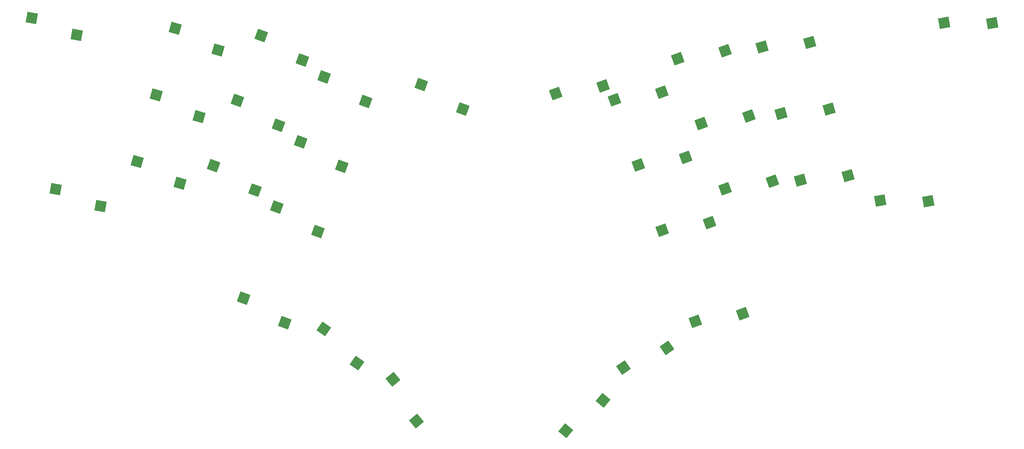
<source format=gbr>
%TF.GenerationSoftware,KiCad,Pcbnew,9.0.2*%
%TF.CreationDate,2025-06-13T21:11:18+02:00*%
%TF.ProjectId,quacken_pcb,71756163-6b65-46e5-9f70-63622e6b6963,v1.0.0*%
%TF.SameCoordinates,Original*%
%TF.FileFunction,Paste,Bot*%
%TF.FilePolarity,Positive*%
%FSLAX46Y46*%
G04 Gerber Fmt 4.6, Leading zero omitted, Abs format (unit mm)*
G04 Created by KiCad (PCBNEW 9.0.2) date 2025-06-13 21:11:18*
%MOMM*%
%LPD*%
G01*
G04 APERTURE LIST*
G04 Aperture macros list*
%AMRotRect*
0 Rectangle, with rotation*
0 The origin of the aperture is its center*
0 $1 length*
0 $2 width*
0 $3 Rotation angle, in degrees counterclockwise*
0 Add horizontal line*
21,1,$1,$2,0,0,$3*%
G04 Aperture macros list end*
%ADD10RotRect,2.600000X2.600000X200.000000*%
%ADD11RotRect,2.600000X2.600000X160.000000*%
%ADD12RotRect,2.600000X2.600000X145.000000*%
%ADD13RotRect,2.600000X2.600000X164.000000*%
%ADD14RotRect,2.600000X2.600000X350.000000*%
%ADD15RotRect,2.600000X2.600000X230.000000*%
%ADD16RotRect,2.600000X2.600000X190.000000*%
%ADD17RotRect,2.600000X2.600000X170.000000*%
%ADD18RotRect,2.600000X2.600000X20.000000*%
%ADD19RotRect,2.600000X2.600000X130.000000*%
%ADD20RotRect,2.600000X2.600000X215.000000*%
%ADD21RotRect,2.600000X2.600000X196.000000*%
%ADD22RotRect,2.600000X2.600000X10.000000*%
%ADD23RotRect,2.600000X2.600000X340.000000*%
G04 APERTURE END LIST*
D10*
%TO.C,S20*%
X252677309Y-100588408D03*
X241071414Y-102471419D03*
%TD*%
%TO.C,S23*%
X237216429Y-110738459D03*
X225610534Y-112621470D03*
%TD*%
D11*
%TO.C,S9*%
X158789401Y-128953464D03*
X148688396Y-122935808D03*
%TD*%
D12*
%TO.C,S12*%
X162551742Y-177214653D03*
X154352402Y-168787714D03*
%TD*%
D13*
%TO.C,S3*%
X123821330Y-116690767D03*
X113325159Y-111392382D03*
%TD*%
D14*
%TO.C,S39*%
X82869727Y-92522249D03*
X93862228Y-96694462D03*
%TD*%
D15*
%TO.C,S26*%
X222778588Y-186366139D03*
X213669092Y-193799821D03*
%TD*%
D11*
%TO.C,S7*%
X149142870Y-102828628D03*
X139041865Y-96810972D03*
%TD*%
%TO.C,S8*%
X152975064Y-144928238D03*
X142874059Y-138910582D03*
%TD*%
D10*
%TO.C,S22*%
X243030764Y-126713230D03*
X231424869Y-128596241D03*
%TD*%
D11*
%TO.C,S10*%
X164603753Y-112978688D03*
X154502748Y-106961032D03*
%TD*%
%TO.C,S11*%
X144834993Y-167292913D03*
X134733988Y-161275257D03*
%TD*%
D16*
%TO.C,S14*%
X302448976Y-137502239D03*
X290692417Y-137341300D03*
%TD*%
D17*
%TO.C,S1*%
X99666712Y-138639635D03*
X88674211Y-134467422D03*
%TD*%
D10*
%TO.C,S21*%
X248845109Y-142688009D03*
X237239214Y-144571020D03*
%TD*%
%TO.C,S18*%
X264305994Y-132537955D03*
X252700099Y-134420966D03*
%TD*%
%TO.C,S24*%
X256985193Y-165052689D03*
X245379298Y-166935700D03*
%TD*%
D18*
%TO.C,S42*%
X211210729Y-111067790D03*
X222816624Y-109184779D03*
%TD*%
D19*
%TO.C,S13*%
X177096863Y-191383739D03*
X171357966Y-181121789D03*
%TD*%
D13*
%TO.C,S4*%
X128507178Y-100349329D03*
X118011007Y-95050944D03*
%TD*%
D20*
%TO.C,S25*%
X238478895Y-173457721D03*
X227755820Y-178280394D03*
%TD*%
D21*
%TO.C,S17*%
X273454286Y-98543891D03*
X261745308Y-99612726D03*
%TD*%
D11*
%TO.C,S6*%
X143328527Y-118803407D03*
X133227522Y-112785751D03*
%TD*%
D21*
%TO.C,S15*%
X282825960Y-131226789D03*
X271116982Y-132295624D03*
%TD*%
D11*
%TO.C,S5*%
X137514189Y-134778182D03*
X127413184Y-128760526D03*
%TD*%
D21*
%TO.C,S16*%
X278140117Y-114885345D03*
X266431139Y-115954180D03*
%TD*%
D22*
%TO.C,S41*%
X306344972Y-93659638D03*
X318101531Y-93820577D03*
%TD*%
D23*
%TO.C,S40*%
X178299481Y-108827557D03*
X188400486Y-114845213D03*
%TD*%
D10*
%TO.C,S19*%
X258491653Y-116563168D03*
X246885758Y-118446179D03*
%TD*%
D13*
%TO.C,S2*%
X119135501Y-133032220D03*
X108639330Y-127733835D03*
%TD*%
M02*

</source>
